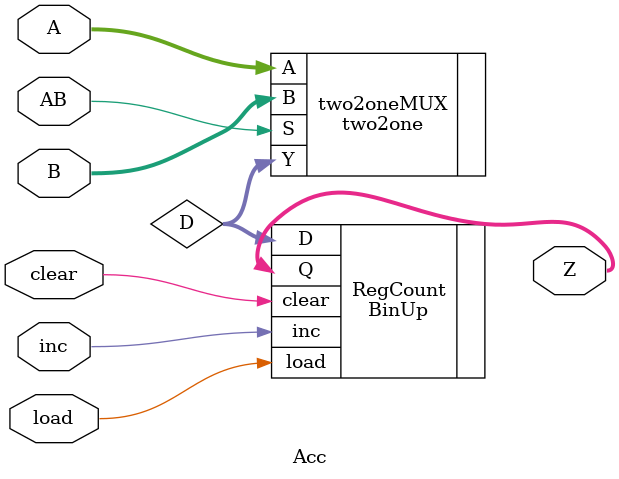
<source format=v>
module Acc  
( 
 input clear, load, inc, AB, //declare control inputs 
 input [3:0] A, B,  //declare data inputs 
 output [3:0] Z    //declare output 
); 
 wire [3:0] D;  //declare internal nodes 
 
//instantiate component modules 
two2one #(4) two2oneMUX 
( 
 .A(A) ,     // data input [3:0] A 
 .B(B) ,    // data input [3:0] B 
 .S(AB) ,    // select input  AB.  AB=0 selects A, AB=1 selects B. 
 .Y(D)     // data output [3:0] D 
); 
BinUp #(4) RegCount 
( 
 .inc(inc) ,   // control input  inc 
 .clear(clear) ,   // input  clear 
 .load(load) ,   // input  load 
 .D(D) ,     // data input from MUX [3:0] D 
 .Q(Z)     // data output from Acc [3:0] Z 
); 
endmodule 
</source>
